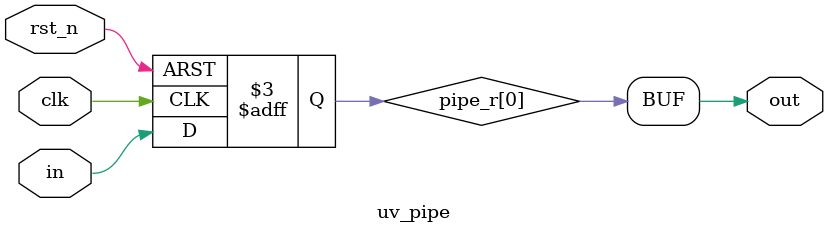
<source format=v>

`timescale 1ns / 1ps

module uv_pipe
#(
    parameter PIPE_WIDTH = 1,
    parameter PIPE_STAGE = 1
)
(
    input                   clk,
    input                   rst_n,
    input  [PIPE_WIDTH-1:0] in,                  
    output [PIPE_WIDTH-1:0] out
);

    localparam UDLY = 1;
    localparam REG_STAGE = PIPE_STAGE == 0 ? 1 : PIPE_STAGE;
    genvar i;

    reg [PIPE_WIDTH-1:0] pipe_r[0:REG_STAGE-1];

    generate
        if (PIPE_STAGE == 0) begin: gen_no_pipe
            assign out = in;
        end
        else begin: gen_pipe
            always @(posedge clk or negedge rst_n) begin
                if (~rst_n) begin
                    pipe_r[0] <= {PIPE_WIDTH{1'b0}};
                end
                else begin
                    pipe_r[0] <= #UDLY in;
                end
            end

            for (i = 1; i < PIPE_STAGE; i = i + 1) begin: gen_pipe_regs
                always @(posedge clk or negedge rst_n) begin
                    if (~rst_n) begin
                        pipe_r[i] <= {PIPE_WIDTH{1'b0}};
                    end
                    else begin
                        pipe_r[i] <= #UDLY pipe_r[i-1];
                    end
                end
            end

            assign out = pipe_r[PIPE_STAGE-1];
        end
    endgenerate

endmodule

</source>
